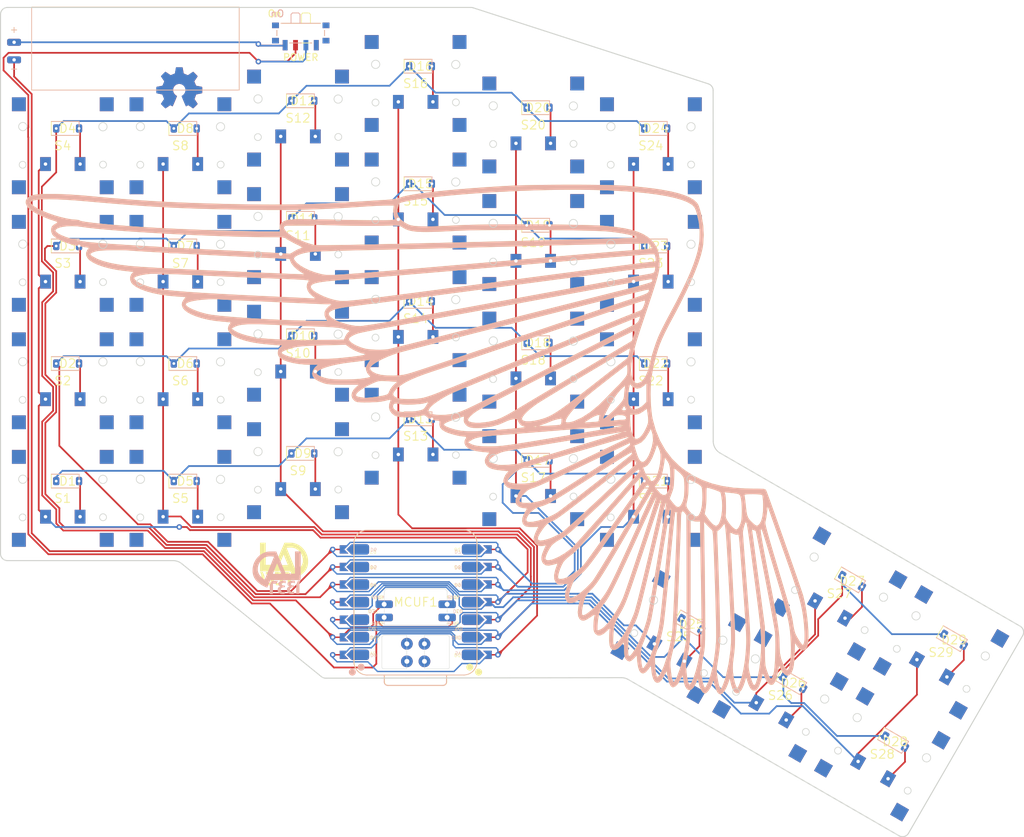
<source format=kicad_pcb>
(kicad_pcb (version 20240108) (generator "pcbnew") (generator_version "8.0")
  (title_block (title "wings") (date "2024-11-09") (rev "0.1") (company "lad1337"))
  (layers (0 "F.Cu" signal) (31 "B.Cu" signal) (34 "B.Paste" user) (35 "F.Paste" user) (36 "B.SilkS" user "B.Silkscreen") (37 "F.SilkS" user "F.Silkscreen") (38 "B.Mask" user) (39 "F.Mask" user) (44 "Edge.Cuts" user))
  (net 0 "")
  (net 1 "P3")
  (net 2 "outer_bottom")
  (net 3 "outer_home")
  (net 4 "outer_top")
  (net 5 "outer_numbers")
  (net 6 "P2")
  (net 7 "pinky_bottom")
  (net 8 "pinky_home")
  (net 9 "pinky_top")
  (net 10 "pinky_numbers")
  (net 11 "P1")
  (net 12 "ring_bottom")
  (net 13 "ring_home")
  (net 14 "ring_top")
  (net 15 "ring_numbers")
  (net 16 "P0")
  (net 17 "middle_bottom")
  (net 18 "middle_home")
  (net 19 "middle_top")
  (net 20 "middle_numbers")
  (net 21 "P5")
  (net 22 "index_bottom")
  (net 23 "index_home")
  (net 24 "index_top")
  (net 25 "index_numbers")
  (net 26 "P4")
  (net 27 "inner_bottom")
  (net 28 "inner_home")
  (net 29 "inner_top")
  (net 30 "inner_numbers")
  (net 31 "near_bottom")
  (net 32 "home_bottom")
  (net 33 "home_top")
  (net 34 "far_bottom")
  (net 35 "far_top")
  (net 36 "P6")
  (net 37 "P7")
  (net 38 "P8")
  (net 39 "P9")
  (net 40 "P10")
  (net 41 "3V3")
  (net 42 "GND")
  (net 43 "5V")
  (net 44 "VIN")
  (net 45 "SWCLK")
  (net 46 "SWDIO")
  (net 47 "RST")
  (net 48 "BAT+")
  (footprint "lad1337:CPG1316S01D02_reversible" (layer "F.Cu") (at 226.944864 122.277568 -30)
    (property "Reference" "S29")
    (property "Value" "" (hide yes))
    (fp_circle (center -5.8 2.75) (end -5.3 2.75) (stroke (width 0.1)) (fill none) (layer "Edge.Cuts"))
    (fp_circle (center -5.781 -2.773) (end -6.381 -2.773) (stroke (width 0.1)) (fill none) (layer "Edge.Cuts"))
    (fp_circle (center 5.819 2.727) (end 5.319 2.727) (stroke (width 0.1)) (fill none) (layer "Edge.Cuts"))
    (fp_circle (center 5.8 -2.75) (end 6.4 -2.75) (stroke (width 0.1)) (fill none) (layer "Edge.Cuts"))
  )
  (footprint "lad1337:CPG1316S01D02_reversible" (layer "F.Cu") (at 134 62)
    (property "Reference" "S11")
    (property "Value" "" (hide yes))
    (fp_circle (center -5.8 2.75) (end -5.3 2.75) (stroke (width 0.1)) (fill none) (layer "Edge.Cuts"))
    (fp_circle (center -5.781 -2.773) (end -6.381 -2.773) (stroke (width 0.1)) (fill none) (layer "Edge.Cuts"))
    (fp_circle (center 5.8 -2.75) (end 6.4 -2.75) (stroke (width 0.1)) (fill none) (layer "Edge.Cuts"))
    (fp_circle (center 5.819 2.727) (end 5.319 2.727) (stroke (width 0.1)) (fill none) (layer "Edge.Cuts"))
  )
  (footprint "lad1337:D_SOD-123-reversible" (layer "F.Cu") (at 214.07865 111.962505 -30)
    (property "Reference" "D27")
    (property "Value" "" (hide yes))
  )
  (footprint "lad1337:D_SOD-123-reversible" (layer "F.Cu") (at 134.7 76.5)
    (property "Reference" "D10")
    (property "Value" "" (hide yes))
  )
  (footprint "lad1337:D_SOD-123-reversible" (layer "F.Cu") (at 190.856218 118.184937 -30)
    (property "Reference" "D25")
    (property "Value" "" (hide yes))
  )
  (footprint "lad1337:D_SOD-123-reversible" (layer "F.Cu") (at 220.301081 135.184937 -30)
    (property "Reference" "D28")
    (property "Value" "" (hide yes))
  )
  (footprint "lad1337:D_SOD-123-reversible" (layer "F.Cu") (at 185.7 97.5)
    (property "Reference" "D21")
    (property "Value" "" (hide yes))
  )
  (footprint "lad1337:CPG1316S01D02_reversible" (layer "F.Cu") (at 185 100)
    (property "Reference" "S21")
    (property "Value" "" (hide yes))
    (fp_circle (center -5.8 2.75) (end -5.3 2.75) (stroke (width 0.1)) (fill none) (layer "Edge.Cuts"))
    (fp_circle (center -5.781 -2.773) (end -6.381 -2.773) (stroke (width 0.1)) (fill none) (layer "Edge.Cuts"))
    (fp_circle (center 5.8 -2.75) (end 6.4 -2.75) (stroke (width 0.1)) (fill none) (layer "Edge.Cuts"))
    (fp_circle (center 5.819 2.727) (end 5.319 2.727) (stroke (width 0.1)) (fill none) (layer "Edge.Cuts"))
  )
  (footprint "lad1337:D_SOD-123-reversible" (layer "F.Cu") (at 100.7 80.5)
    (property "Reference" "D2")
    (property "Value" "" (hide yes))
  )
  (footprint "lad1337:CPG1316S01D02_reversible" (layer "F.Cu") (at 100 66)
    (property "Reference" "S3")
    (property "Value" "" (hide yes))
    (fp_circle (center -5.8 2.75) (end -5.3 2.75) (stroke (width 0.1)) (fill none) (layer "Edge.Cuts"))
    (fp_circle (center -5.781 -2.773) (end -6.381 -2.773) (stroke (width 0.1)) (fill none) (layer "Edge.Cuts"))
    (fp_circle (center 5.8 -2.75) (end 6.4 -2.75) (stroke (width 0.1)) (fill none) (layer "Edge.Cuts"))
    (fp_circle (center 5.819 2.727) (end 5.319 2.727) (stroke (width 0.1)) (fill none) (layer "Edge.Cuts"))
  )
  (footprint "lad1337:D_SOD-123-reversible" (layer "F.Cu") (at 134.7 42.5)
    (property "Reference" "D12")
    (property "Value" "" (hide yes))
  )
  (footprint "lad1337:CPG1316S01D02_reversible" (layer "F.Cu") (at 117 83)
    (property "Reference" "S6")
    (property "Value" "" (hide yes))
    (fp_circle (center -5.8 2.75) (end -5.3 2.75) (stroke (width 0.1)) (fill none) (layer "Edge.Cuts"))
    (fp_circle (center -5.781 -2.773) (end -6.381 -2.773) (stroke (width 0.1)) (fill none) (layer "Edge.Cuts"))
    (fp_circle (center 5.8 -2.75) (end 6.4 -2.75) (stroke (width 0.1)) (fill none) (layer "Edge.Cuts"))
    (fp_circle (center 5.819 2.727) (end 5.319 2.727) (stroke (width 0.1)) (fill none) (layer "Edge.Cuts"))
  )
  (footprint "lad1337:D_SOD-123-reversible" (layer "F.Cu") (at 185.7 80.5)
    (property "Reference" "D22")
    (property "Value" "" (hide yes))
  )
  (footprint "lad1337:lipo-reversible" (layer "F.Cu") (at 95.504 39.116)
    (property "Reference" "battery1" (hide yes))
    (property "Value" "" (hide yes))
  )
  (footprint "lad1337:D_SOD-123-reversible" (layer "F.Cu") (at 168.7 77.5)
    (property "Reference" "D18")
    (property "Value" "" (hide yes))
  )
  (footprint "lad1337:D_SOD-123-reversible" (layer "F.Cu") (at 117.7 97.5)
    (property "Reference" "D5")
    (property "Value" "" (hide yes))
  )
  (footprint "lad1337:D_SOD-123-reversible" (layer "F.Cu") (at 168.7 94.5)
    (property "Reference" "D17")
    (property "Value" "" (hide yes))
  )
  (footprint "lad1337:CPG1316S01D02_reversible" (layer "F.Cu") (at 151 40)
    (property "Reference" "S16")
    (property "Value" "" (hide yes))
    (fp_circle (center -5.8 2.75) (end -5.3 2.75) (stroke (width 0.1)) (fill none) (layer "Edge.Cuts"))
    (fp_circle (center -5.781 -2.773) (end -6.381 -2.773) (stroke (width 0.1)) (fill none) (layer "Edge.Cuts"))
    (fp_circle (center 5.8 -2.75) (end 6.4 -2.75) (stroke (width 0.1)) (fill none) (layer "Edge.Cuts"))
    (fp_circle (center 5.819 2.727) (end 5.319 2.727) (stroke (width 0.1)) (fill none) (layer "Edge.Cuts"))
  )
  (footprint "lad1337:D_SOD-123-reversible" (layer "F.Cu") (at 134.7 93.5)
    (property "Reference" "D9")
    (property "Value" "" (hide yes))
  )
  (footprint "lad1337:CPG1316S01D02_reversible" (layer "F.Cu") (at 185 49)
    (property "Reference" "S24")
    (property "Value" "" (hide yes))
    (fp_circle (center -5.8 2.75) (end -5.3 2.75) (stroke (width 0.1)) (fill none) (layer "Edge.Cuts"))
    (fp_circle (center -5.781 -2.773) (end -6.381 -2.773) (stroke (width 0.1)) (fill none) (layer "Edge.Cuts"))
    (fp_circle (center 5.8 -2.75) (end 6.4 -2.75) (stroke (width 0.1)) (fill none) (layer "Edge.Cuts"))
    (fp_circle (center 5.819 2.727) (end 5.319 2.727) (stroke (width 0.1)) (fill none) (layer "Edge.Cuts"))
  )
  (footprint "lad1337:lad1337logo" (layer "F.Cu") (at 132.08 109.22)
    (property "Reference" "G***" (hide yes))
    (property "Value" "LOGO" (hide yes))
  )
  (footprint "lad1337:CPG1316S01D02_reversible" (layer "F.Cu") (at 212.222432 113.777568 -30)
    (property "Reference" "S27")
    (property "Value" "" (hide yes))
    (fp_circle (center -5.8 2.75) (end -5.3 2.75) (stroke (width 0.1)) (fill none) (layer "Edge.Cuts"))
    (fp_circle (center -5.781 -2.773) (end -6.381 -2.773) (stroke (width 0.1)) (fill none) (layer "Edge.Cuts"))
    (fp_circle (center 5.819 2.727) (end 5.319 2.727) (stroke (width 0.1)) (fill none) (layer "Edge.Cuts"))
    (fp_circle (center 5.8 -2.75) (end 6.4 -2.75) (stroke (width 0.1)) (fill none) (layer "Edge.Cuts"))
  )
  (footprint "lad1337:CPG1316S01D02_reversible" (layer "F.Cu") (at 151 91)
    (property "Reference" "S13")
    (property "Value" "" (hide yes))
    (fp_circle (center -5.8 2.75) (end -5.3 2.75) (stroke (width 0.1)) (fill none) (layer "Edge.Cuts"))
    (fp_circle (center -5.781 -2.773) (end -6.381 -2.773) (stroke (width 0.1)) (fill none) (layer "Edge.Cuts"))
    (fp_circle (center 5.8 -2.75) (end 6.4 -2.75) (stroke (width 0.1)) (fill none) (layer "Edge.Cuts"))
    (fp_circle (center 5.819 2.727) (end 5.319 2.727) (stroke (width 0.1)) (fill none) (layer "Edge.Cuts"))
  )
  (footprint "lad1337:D_SOD-123-reversible" (layer "F.Cu") (at 117.7 63.5)
    (property "Reference" "D7")
    (property "Value" "" (hide yes))
  )
  (footprint "lad1337:CPG1316S01D02_reversible" (layer "F.Cu") (at 117 100)
    (property "Reference" "S5")
    (property "Value" "" (hide yes))
    (fp_circle (center -5.8 2.75) (end -5.3 2.75) (stroke (width 0.1)) (fill none) (layer "Edge.Cuts"))
    (fp_circle (center -5.781 -2.773) (end -6.381 -2.773) (stroke (width 0.1)) (fill none) (layer "Edge.Cuts"))
    (fp_circle (center 5.8 -2.75) (end 6.4 -2.75) (stroke (width 0.1)) (fill none) (layer "Edge.Cuts"))
    (fp_circle (center 5.819 2.727) (end 5.319 2.727) (stroke (width 0.1)) (fill none) (layer "Edge.Cuts"))
  )
  (footprint "lad1337:CPG1316S01D02_reversible" (layer "F.Cu") (at 168 46)
    (property "Reference" "S20")
    (property "Value" "" (hide yes))
    (fp_circle (center -5.8 2.75) (end -5.3 2.75) (stroke (width 0.1)) (fill none) (layer "Edge.Cuts"))
    (fp_circle (center -5.781 -2.773) (end -6.381 -2.773) (stroke (width 0.1)) (fill none) (layer "Edge.Cuts"))
    (fp_circle (center 5.8 -2.75) (end 6.4 -2.75) (stroke (width 0.1)) (fill none) (layer "Edge.Cuts"))
    (fp_circle (center 5.819 2.727) (end 5.319 2.727) (stroke (width 0.1)) (fill none) (layer "Edge.Cuts"))
  )
  (footprint "lad1337:D_SOD-123-reversible" (layer "F.Cu") (at 151.7 37.5)
    (property "Reference" "D16")
    (property "Value" "" (hide yes))
  )
  (footprint "lad1337:D_SOD-123-reversible" (layer "F.Cu") (at 228.801081 120.462505 -30)
    (property "Reference" "D29")
    (property "Value" "" (hide yes))
  )
  (footprint "lad1337:CPG1316S01D02_reversible" (layer "F.Cu") (at 117 66)
    (property "Reference" "S7")
    (property "Value" "" (hide yes))
    (fp_circle (center -5.8 2.75) (end -5.3 2.75) (stroke (width 0.1)) (fill none) (layer "Edge.Cuts"))
    (fp_circle (center -5.781 -2.773) (end -6.381 -2.773) (stroke (width 0.1)) (fill none) (layer "Edge.Cuts"))
    (fp_circle (center 5.8 -2.75) (end 6.4 -2.75) (stroke (width 0.1)) (fill none) (layer "Edge.Cuts"))
    (fp_circle (center 5.819 2.727) (end 5.319 2.727) (stroke (width 0.1)) (fill none) (layer "Edge.Cuts"))
  )
  (footprint "lad1337:CPG1316S01D02_reversible" (layer "F.Cu") (at 134 79)
    (property "Reference" "S10")
    (property "Value" "" (hide yes))
    (fp_circle (center -5.8 2.75) (end -5.3 2.75) (stroke (width 0.1)) (fill none) (layer "Edge.Cuts"))
    (fp_circle (center -5.781 -2.773) (end -6.381 -2.773) (stroke (width 0.1)) (fill none) (layer "Edge.Cuts"))
    (fp_circle (center 5.8 -2.75) (end 6.4 -2.75) (stroke (width 0.1)) (fill none) (layer "Edge.Cuts"))
    (fp_circle (center 5.819 2.727) (end 5.319 2.727) (stroke (width 0.1)) (fill none) (layer "Edge.Cuts"))
  )
  (footprint "lad1337:CPG1316S01D02_reversible" (layer "F.Cu") (at 151 74)
    (property "Reference" "S14")
    (property "Value" "" (hide yes))
    (fp_circle (center -5.8 2.75) (end -5.3 2.75) (stroke (width 0.1)) (fill none) (layer "Edge.Cuts"))
    (fp_circle (center -5.781 -2.773) (end -6.381 -2.773) (stroke (width 0.1)) (fill none) (layer "Edge.Cuts"))
    (fp_circle (center 5.8 -2.75) (end 6.4 -2.75) (stroke (width 0.1)) (fill none) (layer "Edge.Cuts"))
    (fp_circle (center 5.819 2.727) (end 5.319 2.727) (stroke (width 0.1)) (fill none) (layer "Edge.Cuts"))
  )
  (footprint "lad1337:D_SOD-123-reversible" (layer "F.Cu") (at 168.7 43.5)
    (property "Reference" "D20")
    (property "Value" "" (hide yes))
  )
  (footprint "lad1337:D_SOD-123-reversible" (layer "F.Cu") (at 151.7 71.5)
    (property "Reference" "D14")
    (property "Value" "" (hide yes))
  )
  (footprint "lad1337:D_SOD-123-reversible" (layer "F.Cu") (at 100.7 46.5)
    (property "Reference" "D4")
    (property "Value" "" (hide yes))
  )
  (footprint "lad1337:D_SOD-123-reversible" (layer "F.Cu") (at 151.7 54.5)
    (property "Reference" "D15")
    (property "Value" "" (hide yes))
  )
  (footprint "lad1337:CPG1316S01D02_reversible" (layer "F.Cu") (at 168 63)
    (property "Reference" "S19")
    (property "Value" "" (hide yes))
    (fp_circle (center -5.8 2.75) (end -5.3 2.75) (stroke (width 0.1)) (fill none) (layer "Edge.Cuts"))
    (fp_circle (center -5.781 -2.773) (end -6.381 -2.773) (stroke (width 0.1)) (fill none) (layer "Edge.Cuts"))
    (fp_circle (center 5.8 -2.75) (end 6.4 -2.75) (stroke (width 0.1)) (fill none) (layer "Edge.Cuts"))
    (fp_circle (center 5.819 2.727) (end 5.319 2.727) (stroke (width 0.1)) (fill none) (layer "Edge.Cuts"))
  )
  (footprint "lad1337:CPG1316S01D02_reversible" (layer "F.Cu") (at 134 96)
    (property "Reference" "S9")
    (property "Value" "" (hide yes))
    (fp_circle (center -5.8 2.75) (end -5.3 2.75) (stroke (width 0.1)) (fill none) (layer "Edge.Cuts"))
    (fp_circle (center -5.781 -2.773) (end -6.381 -2.773) (stroke (width 0.1)) (fill none) (layer "Edge.Cuts"))
    (fp_circle (center 5.8 -2.75) (end 6.4 -2.75) (stroke (width 0.1)) (fill none) (layer "Edge.Cuts"))
    (fp_circle (center 5.819 2.727) (end 5.319 2.727) (stroke (width 0.1)) (fill none) (layer "Edge.Cuts"))
  )
  (footprint "lad1337:D_SOD-123-reversible" (layer "F.Cu") (at 185.7 63.5)
    (property "Reference" "D23")
    (property "Value" "" (hide yes))
  )
  (footprint "lad1337:CPG1316S01D02_reversible" (layer "F.Cu") (at 151 57)
    (property "Reference" "S15")
    (property "Value" "" (hide yes))
    (fp_circle (center -5.8 2.75) (end -5.3 2.75) (stroke (width 0.1)) (fill none) (layer "Edge.Cuts"))
    (fp_circle (center -5.781 -2.773) (end -6.381 -2.773) (stroke (width 0.1)) (fill none) (layer "Edge.Cuts"))
    (fp_circle (center 5.8 -2.75) (end 6.4 -2.75) (stroke (width 0.1)) (fill none) (layer "Edge.Cuts"))
    (fp_circle (center 5.819 2.727) (end 5.319 2.727) (stroke (width 0.1)) (fill none) (layer "Edge.Cuts"))
  )
  (footprint "lad1337:SW_SPDT_PCM12_reversible" (layer "F.Cu") (at 134.39 33.02 180)
    (property "Reference" "POWER")
    (property "Value" "SW_SPDT_PCM12_reversible")
  )
  (footprint "lad1337:D_SOD-123-reversible" (layer "F.Cu") (at 168.7 60.5)
    (property "Reference" "D19")
    (property "Value" "" (hide yes))
  )
  (footprint "lad1337:CPG1316S01D02_reversible" (layer "F.Cu") (at 134 45)
    (property "Reference" "S12")
    (property "Value" "" (hide yes))
    (fp_circle (center -5.8 2.75) (end -5.3 2.75) (stroke (width 0.1)) (fill none) (layer "Edge.Cuts"))
    (fp_circle (center -5.781 -2.773) (end -6.381 -2.773) (stroke (width 0.1)) (fill none) (layer "Edge.Cuts"))
    (fp_circle (center 5.8 -2.75) (end 6.4 -2.75) (stroke (width 0.1)) (fill none) (layer "Edge.Cuts"))
    (fp_circle (center 5.819 2.727) (end 5.319 2.727) (stroke (width 0.1)) (fill none) (layer "Edge.Cuts"))
  )
  (footprint "lad1337:CPG1316S01D02_reversible" (layer "F.Cu") (at 218.444864 137 -30)
    (property "Reference" "S28")
    (property "Value" "" (hide yes))
    (fp_circle (center -5.8 2.75) (end -5.3 2.75) (stroke (width 0.1)) (fill none) (layer "Edge.Cuts"))
    (fp_circle (center -5.781 -2.773) (end -6.381 -2.773) (stroke (width 0.1)) (fill none) (layer "Edge.Cuts"))
    (fp_circle (center 5.819 2.727) (end 5.319 2.727) (stroke (width 0.1)) (fill none) (layer "Edge.Cuts"))
    (fp_circle (center 5.8 -2.75) (end 6.4 -2.75) (stroke (width 0.1)) (fill none) (layer "Edge.Cuts"))
  )
  (footprint "lad1337:D_SOD-123-reversible" (layer "F.Cu") (at 134.7 59.5)
    (property "Reference" "D11")
    (property "Value" "" (hide yes))
  )
  (footprint "lad1337:CPG1316S01D02_reversible" (layer "F.Cu") (at 117 49)
    (property "Reference" "S8")
    (property "Value" "" (hide yes))
    (fp_circle (center -5.8 2.75) (end -5.3 2.75) (stroke (width 0.1)) (fill none) (layer "Edge.Cuts"))
    (fp_circle (center -5.781 -2.773) (end -6.381 -2.773) (stroke (width 0.1)) (fill none) (layer "Edge.Cuts"))
    (fp_circle (center 5.8 -2.75) (end 6.4 -2.75) (stroke (width 0.1)) (fill none) (layer "Edge.Cuts"))
    (fp_circle (center 5.819 2.727) (end 5.319 2.727) (stroke (width 0.1)) (fill none) (layer "Edge.Cuts"))
  )
  (footprint "lad1337:CPG1316S01D02_reversible" (layer "F.Cu") (at 185 83)
    (property "Reference" "S22")
    (property "Value" "" (hide yes))
    (fp_circle (center -5.8 2.75) (end -5.3 2.75) (stroke (width 0.1)) (fill none) (layer "Edge.Cuts"))
    (fp_circle (center -5.781 -2.773) (end -6.381 -2.773) (stroke (width 0.1)) (fill none) (layer "Edge.Cuts"))
    (fp_circle (center 5.8 -2.75) (end 6.4 -2.75) (stroke (width 0.1)) (fill none) (layer "Edge.Cuts"))
    (fp_circle (center 5.819 2.727) (end 5.319 2.727) (stroke (width 0.1)) (fill none) (layer "Edge.Cuts"))
  )
  (footprint "lad1337:CPG1316S01D02_reversible" (layer "F.Cu") (at 185 66)
    (property "Reference" "S23")
    (property "Value" "" (hide yes))
    (fp_circle (center -5.8 2.75) (end -5.3 2.75) (stroke (width 0.1)) (fill none) (layer "Edge.Cuts"))
    (fp_circle (center -5.781 -2.773) (end -6.381 -2.773) (stroke (width 0.1)) (fill none) (layer "Edge.Cuts"))
    (fp_circle (center 5.8 -2.75) (end 6.4 -2.75) (stroke (width 0.1)) (fill none) (layer "Edge.Cuts"))
    (fp_circle (center 5.819 2.727) (end 5.319 2.727) (stroke (width 0.1)) (fill none) (layer "Edge.Cuts"))
  )
  (footprint "lad1337:D_SOD-123-reversible" (layer "F.Cu") (at 117.7 80.5)
    (property "Reference" "D6")
    (property "Value" "" (hide yes))
  )
  (footprint "lad1337:CPG1316S01D02_reversible" (layer "F.Cu") (at 168 97)
    (property "Reference" "S17")
    (property "Value" "" (hide yes))
    (fp_circle (center -5.8 2.75) (end -5.3 2.75) (stroke (width 0.1)) (fill none) (layer "Edge.Cuts"))
    (fp_circle (center -5.781 -2.773) (end -6.381 -2.773) (stroke (width 0.1)) (fill none) (layer "Edge.Cuts"))
    (fp_circle (center 5.8 -2.75) (end 6.4 -2.75) (stroke (width 0.1)) (fill none) (layer "Edge.Cuts"))
    (fp_circle (center 5.819 2.727) (end 5.319 2.727) (stroke (width 0.1)) (fill none) (layer "Edge.Cuts"))
  )
  (footprint "lad1337:CPG1316S01D02_reversible" (layer "F.Cu") (at 189 120 -30)
    (property "Reference" "S25")
    (property "Value" "" (hide yes))
    (fp_circle (center -5.8 2.75) (end -5.3 2.75) (stroke (width 0.1)) (fill none) (layer "Edge.Cuts"))
    (fp_circle (center -5.781 -2.773) (end -6.381 -2.773) (stroke (width 0.1)) (fill none) (layer "Edge.Cuts"))
    (fp_circle (center 5.819 2.727) (end 5.319 2.727) (stroke (width 0.1)) (fill none) (layer "Edge.Cuts"))
    (fp_circle (center 5.8 -2.75) (end 6.4 -2.75) (stroke (width 0.1)) (fill none) (layer "Edge.Cuts"))
  )
  (footprint "lad1337:D_SOD-123-reversible" (layer "F.Cu") (at 100.7 63.5)
    (property "Reference" "D3")
    (property "Value" "" (hide yes))
  )
  (footprint "Symbol:OSHW-Symbol_6.7x6mm_Copper" (layer "F.Cu") (at 116.84 40.64)
    (property "Reference" "REF**" (hide yes))
    (property "Value" "OSHW-Symbol_6.7x6mm_Copper" (hide yes))
  )
  (footprint "lad1337:CPG1316S01D02_reversible" (layer "F.Cu") (at 100 100)
    (property "Reference" "S1")
    (property "Value" "" (hide yes))
    (fp_circle (center -5.8 2.75) (end -5.3 2.75) (stroke (width 0.1)) (fill none) (layer "Edge.Cuts"))
    (fp_circle (center -5.781 -2.773) (end -6.381 -2.773) (stroke (width 0.1)) (fill none) (layer "Edge.Cuts"))
    (fp_circle (center 5.8 -2.75) (end 6.4 -2.75) (stroke (width 0.1)) (fill none) (layer "Edge.Cuts"))
    (fp_circle (center 5.819 2.727) (end 5.319 2.727) (stroke (width 0.1)) (fill none) (layer "Edge.Cuts"))
  )
  (footprint "lad1337:XIAO-nRF52840-SMD-reversible" (layer "F.Cu") (at 151 115 180)
    (property "Reference" "MCUF1")
    (property "Value" "" (hide yes))
    (fp_line (start 4.876 -9.398) (end 4.876 -5.08) (stroke (width 0.05)) (layer "Edge.Cuts"))
    (fp_line (start 4.55 -3.302) (end 4.55 1.6) (stroke (width 0.05)) (layer "Edge.Cuts"))
    (fp_line (start 4.55 -3.302) (end -4.55 -3.302) (stroke (width 0.05)) (layer "Edge.Cuts"))
    (fp_line (start 4.241 1.905) (end 4.55 1.6) (stroke (width 0.05)) (layer "Edge.Cuts"))
    (fp_line (start 1.2692 -4.826) (end 4.622 -4.826) (stroke (width 0.05)) (layer "Edge.Cuts"))
    (fp_line (start 1.2692 -9.652) (end 4.622 -9.652) (stroke (width 0.05)) (layer "Edge.Cuts"))
    (fp_line (start 1.2692 -9.652) (end 1.2692 -4.826) (stroke (width 0.05)) (layer "Edge.Cuts"))
    (fp_line (start -1.2708 -4.826) (end -4.6236 -4.826) (stroke (width 0.05)) (layer "Edge.Cuts"))
    (fp_line (start -1.2708 -9.652) (end -1.2708 -4.826) (stroke (width 0.05)) (layer "Edge.Cuts"))
    (fp_line (start -1.2708 -9.652) (end -4.6236 -9.652) (stroke (width 0.05)) (layer "Edge.Cuts"))
    (fp_line (start -4.241 1.905) (end 4.241 1.905) (stroke (width 0.05)) (layer "Edge.Cuts"))
    (fp_line (start -4.241 1.905) (end -4.55 1.6) (stroke (width 0.05)) (layer "Edge.Cuts"))
    (fp_line (start -4.55 -3.302) (end -4.55 1.6) (stroke (width 0.05)) (layer "Edge.Cuts"))
    (fp_line (start -4.8776 -9.398) (end -4.8776 -5.08) (stroke (width 0.05)) (layer "Edge.Cuts"))
    (fp_arc (start 4.876 -5.08) (mid 4.801605 -4.900395) (end 4.622 -4.826) (stroke (width 0.05)) (layer "Edge.Cuts"))
    (fp_arc (start 4.622 -9.652) (mid 4.801605 -9.577605) (end 4.876 -9.398) (stroke (width 0.05)) (layer "Edge.Cuts"))
    (fp_arc (start -4.6236 -4.826) (mid -4.803205 -4.900395) (end -4.8776 -5.08) (stroke (width 0.05)) (layer "Edge.Cuts"))
    (fp_arc (start -4.8776 -9.398) (mid -4.803205 -9.577605) (end -4.6236 -9.652) (stroke (width 0.05)) (layer "Edge.Cuts"))
  )
  (footprint "lad1337:D_SOD-123-reversible" (layer "F.Cu") (at 117.7 46.5)
    (property "Reference" "D8")
    (property "Value" "" (hide yes))
  )
  (footprint "lad1337:wing-logo" (layer "F.Cu") (at 151.13 91.44)
    (property "Reference" "G***" (hide yes))
    (property "Value" "LOGO" (hide yes))
  )
  (footprint "lad1337:CPG1316S01D02_reversible" (layer "F.Cu") (at 100 49)
    (property "Reference" "S4")
    (property "Value" "" (hide yes))
    (fp_circle (center -5.8 2.75) (end -5.3 2.75) (stroke (width 0.1)) (fill none) (layer "Edge.Cuts"))
    (fp_circle (center -5.781 -2.773) (end -6.381 -2.773) (stroke (width 0.1)) (fill none) (layer "Edge.Cuts"))
    (fp_circle (center 5.8 -2.75) (end 6.4 -2.75) (stroke (width 0.1)) (fill none) (layer "Edge.Cuts"))
    (fp_circle (center 5.819 2.727) (end 5.319 2.727) (stroke (width 0.1)) (fill none) (layer "Edge.Cuts"))
  )
  (footprint "lad1337:D_SOD-123-reversible" (layer "F.Cu") (at 151.7 88.5)
    (property "Reference" "D13")
    (property "Value" "" (hide yes))
  )
  (footprint "lad1337:D_SOD-123-reversible" (layer "F.Cu") (at 100.7 97.5)
    (property "Reference" "D1")
    (property "Value" "" (hide yes))
  )
  (footprint "lad1337:CPG1316S01D02_reversible" (layer "F.Cu") (at 203.722432 128.5 -30)
    (property "Reference" "S26")
    (property "Value" "" (hide yes))
    (fp_circle (center -5.8 2.75) (end -5.3 2.75) (stroke (width 0.1)) (fill none) (layer "Edge.Cuts"))
    (fp_circle (center -5.781 -2.773) (end -6.381 -2.773) (stroke (width 0.1)) (fill none) (layer "Edge.Cuts"))
    (fp_circle (center 5.819 2.727) (end 5.319 2.727) (stroke (width 0.1)) (fill none) (layer "Edge.Cuts"))
    (fp_circle (center 5.8 -2.75) (end 6.4 -2.75) (stroke (width 0.1)) (fill none) (layer "Edge.Cuts"))
  )
  (footprint "lad1337:D_SOD-123-reversible" (layer "F.Cu") (at 205.57865 126.684937 -30)
    (property "Reference" "D26")
    (property "Value" "" (hide yes))
  )
  (footprint "lad1337:CPG1316S01D02_reversible" (layer "F.Cu") (at 100 83)
    (property "Reference" "S2")
    (property "Value" "" (hide yes))
    (fp_circle (center -5.8 2.75) (end -5.3 2.75) (stroke (width 0.1)) (fill none) (layer "Edge.Cuts"))
    (fp_circle (center -5.781 -2.773) (end -6.381 -2.773) (stroke (width 0.1)) (fill none) (layer "Edge.Cuts"))
    (fp_circle (center 5.8 -2.75) (end 6.4 -2.75) (stroke (width 0.1)) (fill none) (layer "Edge.Cuts"))
    (fp_circle (center 5.819 2.727) (end 5.319 2.727) (stroke (width 0.1)) (fill none) (layer "Edge.Cuts"))
  )
  (footprint "lad1337:D_SOD-123-reversible" (layer "F.Cu") (at 185.7 46.5)
    (property "Reference" "D24")
    (property "Value" "" (hide yes))
  )
  (footprint "lad1337:CPG1316S01D02_reversible" (layer "F.Cu") (at 168 80)
    (property "Reference" "S18")
    (property "Value" "" (hide yes))
    (fp_circle (center -5.8 2.75) (end -5.3 2.75) (stroke (width 0.1)) (fill none) (layer "Edge.Cuts"))
    (fp_circle (center -5.781 -2.773) (end -6.381 -2.773) (stroke (width 0.1)) (fill none) (layer "Edge.Cuts"))
    (fp_circle (center 5.8 -2.75) (end 6.4 -2.75) (stroke (width 0.1)) (fill none) (layer "Edge.Cuts"))
    (fp_circle (center 5.819 2.727) (end 5.319 2.727) (stroke (width 0.1)) (fill none) (layer "Edge.Cuts"))
  )
  (footprint "lad1337:lad1337logo" (layer "B.Cu") (at 130.81 110.49 180)
    (property "Reference" "G***" (hide yes))
    (property "Value" "LOGO" (hide yes))
  )
  (footprint "Symbol:OSHW-Symbol_6.7x6mm_Copper" (layer "B.Cu") (at 116.84 40.64 180)
    (property "Reference" "REF**" (hide yes))
    (property "Value" "OSHW-Symbol_6.7x6mm_Copper" (hide yes))
  )
  (gr_arc (start 115.93791 109) (mid 116.605374 109.114667) (end 117.196306 109.44551) (stroke (width 0.15)) (layer "Edge.Cuts"))
  (gr_line (start 180.731049 125.929532) (end 138.001649 125.999999) (stroke (width 0.15)) (layer "Edge.Cuts"))
  (gr_line (start 115.93791 109) (end 92 109) (stroke (width 0.15)) (layer "Edge.Cuts"))
  (gr_line (start 91 108) (end 91 30) (stroke (width 0.15)) (layer "Edge.Cuts"))
  (gr_arc (start 91 30) (mid 91.292893 29.292893) (end 92 29) (stroke (width 0.15)) (layer "Edge.Cuts"))
  (gr_line (start 220.873067 148.794229) (end 181.734347 126.197478) (stroke (width 0.15)) (layer "Edge.Cuts"))
  (gr_arc (start 238.373067 118.48334) (mid 238.839031 119.090549) (end 238.739092 119.849365) (stroke (width 0.15)) (layer "Edge.Cuts"))
  (gr_arc (start 138.001649 125.999999) (mid 137.667045 125.942943) (end 137.370802 125.777245) (stroke (width 0.15)) (layer "Edge.Cuts"))
  (gr_line (start 137.370802 125.777245) (end 117.196306 109.44551) (stroke (width 0.15)) (layer "Edge.Cuts"))
  (gr_arc (start 222.239092 148.428203) (mid 221.63189 148.894105) (end 220.873067 148.794229) (stroke (width 0.15)) (layer "Edge.Cuts"))
  (gr_line (start 159.30782 29.048556) (end 193.30782 40.048556) (stroke (width 0.15)) (layer "Edge.Cuts"))
  (gr_arc (start 195.012523 93.449118) (mid 194.2806 92.717281) (end 194.012523 91.717561) (stroke (width 0.15)) (layer "Edge.Cuts"))
  (gr_arc (start 193.30782 40.048556) (mid 193.808574 40.411606) (end 194 40.999753) (stroke (width 0.15)) (layer "Edge.Cuts"))
  (gr_arc (start 180.731049 125.929532) (mid 181.250387 125.997264) (end 181.734347 126.197478) (stroke (width 0.15)) (layer "Edge.Cuts"))
  (gr_line (start 195.012523 93.449118) (end 238.373067 118.48334) (stroke (width 0.15)) (layer "Edge.Cuts"))
  (gr_line (start 194 40.999753) (end 194.012523 91.717561) (stroke (width 0.15)) (layer "Edge.Cuts"))
  (gr_line (start 238.739092 119.849365) (end 222.239092 148.428203) (stroke (width 0.15)) (layer "Edge.Cuts"))
  (gr_line (start 92 29) (end 159 29) (stroke (width 0.15)) (layer "Edge.Cuts"))
  (gr_arc (start 159 29) (mid 159.155813 29.012213) (end 159.30782 29.048556) (stroke (width 0.15)) (layer "Edge.Cuts"))
  (gr_arc (start 92 109) (mid 91.292893 108.707107) (end 91 108) (stroke (width 0.15)) (layer "Edge.Cuts"))
  (gr_text "On" (at 132.08 30.48 0) (layer "B.SilkS") (effects (font (size 1 1)) (justify left bottom mirror)))
  (gr_text "On" (at 129.54 30.48 0) (layer "F.SilkS") (effects (font (size 1 1)) (justify left bottom)))
  (segment (start 96.52 52.63) (end 96.52 67.67) (width 0.25) (layer "F.Cu") (net 1))
  (segment (start 96.52 67.67) (end 97.5 68.65) (width 0.25) (layer "F.Cu") (net 1))
  (segment (start 136.167208 104.59) (end 137.252208 105.675) (width 0.25) (layer "F.Cu") (net 1))
  (segment (start 167.19 110.698) (end 162.888 115) (width 0.25) (layer "F.Cu") (net 1))
  (segment (start 96.52 86.63) (end 97.5 85.65) (width 0.25) (layer "F.Cu") (net 1))
  (segment (start 96.52 101.67) (end 96.52 86.63) (width 0.25) (layer "F.Cu") (net 1))
  (segment (start 96.52 69.63) (end 97.5 68.65) (width 0.25) (layer "F.Cu") (net 1))
  (segment (start 167.19 107.374396) (end 167.19 110.698) (width 0.25) (layer "F.Cu") (net 1))
  (segment (start 118.378604 104.59) (end 136.167208 104.59) (width 0.25) (layer "F.Cu") (net 1))
  (segment (start 137.252208 105.675) (end 165.490604 105.675) (width 0.25) (layer "F.Cu") (net 1))
  (segment (start 97.5 85.65) (end 96.52 84.67) (width 0.25) (layer "F.Cu") (net 1))
  (segment (start 96.52 84.67) (end 96.52 69.63) (width 0.25) (layer "F.Cu") (net 1))
  (segment (start 97.5 102.65) (end 96.52 101.67) (width 0.25) (layer "F.Cu") (net 1))
  (segment (start 117.928604 104.14) (end 118.378604 104.59) (width 0.25) (layer "F.Cu") (net 1))
  (segment (start 116.84 104.14) (end 117.928604 104.14) (width 0.25) (layer "F.Cu") (net 1))
  (segment (start 165.490604 105.675) (end 167.19 107.374396) (width 0.25) (layer "F.Cu") (net 1))
  (segment (start 97.5 51.65) (end 96.52 52.63) (width 0.25) (layer "F.Cu") (net 1))
  (segment (start 162.888 115) (end 165.1 112.788) (width 0.25) (layer "F.Cu") (net 1))
  (via (at 116.84 104.14) (size 0.8) (drill 0.4) (layers "F.Cu" "B.Cu") (net 1))
  (segment (start 164.096 113.792) (end 162.888 115) (width 0.25) (layer "B.Cu") (net 1))
  (segment (start 181.117526 118.364) (end 176.545526 113.792) (width 0.25) (layer "B.Cu") (net 1))
  (segment (start 182.828969 118.364) (end 181.117526 118.364) (width 0.25) (layer "B.Cu") (net 1))
  (segment (start 185.509936 121.044967) (end 182.828969 118.364) (width 0.25) (layer "B.Cu") (net 1))
  (segment (start 116.84 104.14) (end 98.99 104.14) (width 0.25) (layer "B.Cu") (net 1))
  (segment (start 176.545526 113.792) (end 164.096 113.792) (width 0.25) (layer "B.Cu") (net 1))
  (segment (start 98.99 104.14) (end 97.5 102.65) (width 0.25) (layer "B.Cu") (net 1))
  (segment (start 102.5 102.65) (end 102.5 97.65) (width 0.25) (layer "F.Cu") (net 2))
  (segment (start 102.5 97.65) (end 102.35 97.5) (width 0.25) (layer "F.Cu") (net 2))
  (segment (start 102.5 80.65) (end 102.35 80.5) (width 0.25) (layer "F.Cu") (net 3))
  (segment (start 102.5 85.65) (end 102.5 80.65) (width 0.25) (layer "F.Cu") (net 3))
  (segment (start 102.5 63.65) (end 102.35 63.5) (width 0.25) (layer "F.Cu") (net 4))
  (segment (start 102.5 68.65) (end 102.5 63.65) (width 0.25) (layer "F.Cu") (net 4))
  (segment (start 102.5 46.65) (end 102.35 46.5) (width 0.25) (layer "F.Cu") (net 5))
  (segment (start 102.5 51.65) (end 102.5 46.65) (width 0.25) (layer "F.Cu") (net 5))
  (segment (start 167.652 111.264) (end 167.652 112.776) (width 0.25) (layer "F.Cu") (net 6))
  (segment (start 114.5 85.65) (end 114.5 102.65) (width 0.25) (layer "F.Cu") (net 6))
  (segment (start 167.652 112.776) (end 162.888 117.54) (width 0.25) (layer "F.Cu") (net 6))
  (segment (start 114.5 51.65) (end 114.5 68.65) (width 0.25) (layer "F.Cu") (net 6))
  (segment (start 208.732368 119.66295) (end 208.732368 114.822535) (width 0.25) (layer "F.Cu") (net 6))
  (segment (start 118.565 104.14) (end 136.353604 104.14) (width 0.25) (layer "F.Cu") (net 6))
  (segment (start 200.232368 128.16295) (end 208.732368 119.66295) (width 0.25) (layer "F.Cu") (net 6))
  (segment (start 114.534 102.616) (end 117.041 102.616) (width 0.25) (layer "F.Cu") (net 6))
  (segment (start 167.64 111.252) (end 167.652 111.264) (width 0.25) (layer "F.Cu") (net 6))
  (segment (start 165.677 105.225) (end 167.64 107.188) (width 0.25) (layer "F.Cu") (net 6))
  (segment (start 117.041 102.616) (end 118.565 104.14) (width 0.25) (layer "F.Cu") (net 6))
  (segment (start 137.438604 105.225) (end 165.677 105.225) (width 0.25) (layer "F.Cu") (net 6))
  (segment (start 200.232368 129.544967) (end 200.232368 128.16295) (width 0.25) (layer "F.Cu") (net 6))
  (segment (start 114.5 68.65) (end 114.5 85.65) (width 0.25) (layer "F.Cu") (net 6))
  (segment (start 167.64 107.188) (end 167.64 111.252) (width 0.25) (layer "F.Cu") (net 6))
  (segment (start 114.5 102.65) (end 114.534 102.616) (width 0.25) (layer "F.Cu") (net 6))
  (segment (start 136.353604 104.14) (end 137.438604 105.225) (width 0.25) (layer "F.Cu") (net 6))
  (segment (start 193.572085 126.042) (end 187.522734 126.042) (width 0.25) (layer "B.Cu") (net 6))
  (segment (start 197.075052 129.544967) (end 193.572085 126.042) (width 0.25) (layer "B.Cu") (net 6))
  (segment (start 165.678 114.75) (end 162.888 117.54) (width 0.25) (layer "B.Cu") (net 6))
  (segment (start 200.232368 129.544967) (end 197.075052 129.544967) (width 0.25) (layer "B.Cu") (net 6))
  (segment (start 187.522734 126.042) (end 176.230734 114.75) (width 0.25) (layer "B.Cu") (net 6))
  (segment (start 176.230734 114.75) (end 165.678 114.75) (width 0.25) (layer "B.Cu") (net 6))
  (segment (start 119.5 102.65) (end 119.5 97.65) (width 0.25) (layer "F.Cu") (net 7))
  (segment (start 119.5 97.65) (end 119.35 97.5) (width 0.25) (layer "F.Cu") (net 7))
  (segment (start 119.5 85.65) (end 119.5 80.65) (width 0.25) (layer "F.Cu") (net 8))
  (segment (start 119.5 80.65) (end 119.35 80.5) (width 0.25) (layer "F.Cu") (net 8))
  (segment (start 119.5 63.65) (end 119.35 63.5) (width 0.25) (layer "F.Cu") (net 9))
  (segment (start 119.5 68.65) (end 119.5 63.65) (width 0.25) (layer "F.Cu") (net 9))
  (segment (start 119.5 46.65) (end 119.35 46.5) (width 0.25) (layer "F.Cu") (net 10))
  (segment (start 119.5 51.65) (end 119.5 46.65) (width 0.25) (layer "F.Cu") (net 10))
  (segment (start 131.5 64.65) (end 131.5 47.65) (width 0.25) (layer "F.Cu") (net 11))
  (segment (start 165.863396 104.775) (end 168.102 107.013604) (width 0.25) (layer "F.Cu") (net 11))
  (segment (start 214.9548 138.044967) (end 214.9548 136.890267) (width 0.25) (layer "F.Cu") (net 11))
  (segment (start 168.102 107.013604) (end 168.102 114.866) (width 0.25) (layer "F.Cu") (net 11))
  (segment (start 214.9548 136.890267) (end 223.4548 128.390267) (width 0.25) (layer "F.Cu") (net 11))
  (segment (start 131.5 81.65) (end 131.5 64.65) (width 0.25) (layer "F.Cu") (net 11))
  (segment (start 131.5 98.65) (end 131.5 81.65) (width 0.25) (layer "F.Cu") (net 11))
  (segment (start 223.4548 128.390267) (end 223.4548 123.322535) (width 0.25) (layer "F.Cu") (net 11))
  (segment (start 137.625 104.775) (end 165.863396 104.775) (width 0.25) (layer "F.Cu") (net 11))
  (segment (start 168.102 114.866) (end 162.888 120.08) (width 0.25) (layer "F.Cu") (net 11))
  (segment (start 131.5 98.65) (end 137.625 104.775) (width 0.25) (layer "F.Cu") (net 11))
  (segment (start 206.957833 130.048) (end 203.184412 130.048) (width 0.25) (layer "B.Cu") (net 11))
  (segment (start 193.385689 126.492) (end 187.336338 126.492) (width 0.25) (layer "B.Cu") (net 11))
  (segment (start 167.768 115.2) (end 162.888 120.08) (width 0.25) (layer "B.Cu") (net 11))
  (segment (start 203.184412 130.048) (end 202.10892 131.123492) (width 0.25) (layer "B.Cu") (net 11))
  (segment (start 176.044338 115.2) (end 167.768 115.2) (width 0.25) (layer "B.Cu") (net 11))
  (segment (start 187.336338 126.492) (end 176.044338 115.2) (width 0.25) (layer "B.Cu") (net 11))
  (segment (start 214.9548 138.044967) (end 206.957833 130.048) (width 0.25) (layer "B.Cu") (net 11))
  (segment (start 202.10892 131.123492) (end 198.017181 131.123492) (width 0.25) (layer "B.Cu") (net 11))
  (segment (start 198.017181 131.123492) (end 193.385689 126.492) (width 0.25) (layer "B.Cu") (net 11))
  (segment (start 136.5 93.65) (end 136.35 93.5) (width 0.25) (layer "F.Cu") (net 12))
  (segment (start 136.5 98.65) (end 136.5 93.65) (width 0.25) (layer "F.Cu") (net 12))
  (segment (start 136.5 76.65) (end 136.35 76.5) (width 0.25) (layer "F.Cu") (net 13))
  (segment (start 136.5 81.65) (end 136.5 76.65) (width 0.25) (layer "F.Cu") (net 13))
  (segment (start 136.5 64.65) (end 136.5 59.65) (width 0.25) (layer "F.Cu") (net 14))
  (segment (start 136.5 59.65) (end 136.35 59.5) (width 0.25) (layer "F.Cu") (net 14))
  (segment (start 136.5 47.65) (end 136.5 42.65) (width 0.25) (layer "F.Cu") (net 15))
  (segment (start 136.5 42.65) (end 136.35 42.5) (width 0.25) (layer "F.Cu") (net 15))
  (segment (start 168.552 116.956) (end 162.888 122.62) (width 0.25) (layer "F.Cu") (net 16))
  (segment (start 148.5 102.33) (end 150.495 104.325) (width 0.25) (layer "F.Cu") (net 16))
  (segment (start 148.5 93.65) (end 148.5 76.65) (width 0.25) (layer "F.Cu") (net 16))
  (segment (start 148.5 93.65) (end 148.5 102.33) (width 0.25) (layer "F.Cu") (net 16))
  (segment (start 150.495 104.325) (end 166.049792 104.325) (width 0.25) (layer "F.Cu") (net 16))
  (segment (start 166.049792 104.325) (end 168.552 106.827208) (width 0.25) (layer "F.Cu") (net 16))
  (segment (start 148.5 76.65) (end 148.5 59.65) (width 0.25) (layer "F.Cu") (net 16))
  (segment (start 148.5 59.65) (end 148.5 42.65) (width 0.25) (layer "F.Cu") (net 16))
  (segment (start 168.552 106.827208) (end 168.552 116.956) (width 0.25) (layer "F.Cu") (net 16))
  (segment (start 153.5 88.65) (end 153.35 88.5) (width 0.25) (layer "F.Cu") (net 17))
  (segment (start 153.5 93.65) (end 153.5 88.65) (width 0.25) (layer "F.Cu") (net 17))
  (segment (start 153.5 71.65) (end 153.35 71.5) (width 0.25) (layer "F.Cu") (net 18))
  (segment (start 153.5 76.65) (end 153.5 71.65) (width 0.25) (layer "F.Cu") (net 18))
  (segment (start 153.5 59.65) (end 153.5 54.65) (width 0.25) (layer "F.Cu") (net 19))
  (segment (start 153.5 54.65) (end 153.35 54.5) (width 0.25) (layer "F.Cu") (net 19))
  (segment (start 153.5 42.65) (end 153.5 37.65) (width 0.25) (layer "F.Cu") (net 20))
  (segment (start 153.5 37.65) (end 153.35 37.5) (width 0.25) (layer "F.Cu") (net 20))
  (segment (start 165.5 82.65) (end 165.5 65.65) (width 0.25) (layer "F.Cu") (net 21))
  (segment (start 165.5 99.65) (end 165.5 82.65) (width 0.25) (layer "F.Cu") (net 21))
  (segment (start 165.5 65.65) (end 165.5 48.65) (width 0.25) (layer "F.Cu") (net 21))
  (segment (start 172.340396 112.776) (end 165.744 112.776) (width 0.25) (layer "B.Cu") (net 21))
  (segment (start 165.5 99.65) (end 166.96 99.65) (width 0.25) (layer "B.Cu") (net 21))
  (segment (start 174.44 107.13) (end 174.44 110.676396) (width 0.25) (layer "B.Cu") (net 21))
  (segment (start 165.5 99.65) (end 166.198 99.65) (width 0.25) (layer "B.Cu") (net 21))
  (segment (start 166.96 99.65) (end 174.44 107.13) (width 0.25) (layer "B.Cu") (net 21))
  (segment (start 165.744 112.776) (end 162.888 109.92) (width 0.25) (layer "B.Cu") (net 21))
  (segment (start 174.44 110.676396) (end 172.340396 112.776) (width 0.25) (layer "B.Cu") (net 21))
  (segment (start 170.5 94.65) (end 170.35 94.5) (width 0.25) (layer "F.Cu") (net 22))
  (segment (start 170.5 99.65) (end 170.5 94.65) (width 0.25) (layer "F.Cu") (net 22))
  (segment (start 170.5 77.65) (end 170.35 77.5) (width 0.25) (layer "F.Cu") (net 23))
  (segment (start 170.5 82.65) (end 170.5 77.65) (width 0.25) (layer "F.Cu") (net 23))
  (segment (start 170.5 60.65) (end 170.35 60.5) (width 0.25) (layer "F.Cu") (net 24))
  (segment (start 170.5 65.65) (end 170.5 60.65) (width 0.25) (layer "F.Cu") (net 24))
  (segment (start 170.5 43.65) (end 170.35 43.5) (width 0.25) (layer "F.Cu") (net 25))
  (segment (start 170.5 48.65) (end 170.5 43.65) (width 0.25) (layer "F.Cu") (net 25))
  (segment (start 182.5 85.65) (end 182.5 68.65) (width 0.25) (layer "F.Cu") (net 26))
  (segment (start 182.5 102.65) (end 182.5 85.65) (width 0.25) (layer "F.Cu") (net 26))
  (segment (start 182.5 68.65) (end 182.5 51.65) (width 0.25) (layer "F.Cu") (net 26))
  (segment (start 177.8 104.14) (end 174.89 107.05) (width 0.25) (layer "B.Cu") (net 26))
  (segment (start 181.01 104.14) (end 177.8 104.14) (width 0.25) (layer "B.Cu") (net 26))
  (segment (start 174.89 110.862792) (end 172.468792 113.284) (width 0.25) (layer "B.Cu") (net 26))
  (segment (start 174.89 107.05) (end 174.89 110.862792) (width 0.25) (layer "B.Cu") (net 26))
  (segment (start 182.5 102.65) (end 181.01 104.14) (width 0.25) (layer "B.Cu") (net 26))
  (segment (start 172.468792 113.284) (end 163.712 113.284) (width 0.25) (layer "B.Cu") (net 26))
  (segment (start 163.712 113.284) (end 162.888 112.46) (width 0.25) (layer "B.Cu") (net 26))
  (segment (start 187.5 97.65) (end 187.35 97.5) (width 0.25) (layer "F.Cu") (net 27))
  (segment (start 187.5 102.65) (end 187.5 97.65) (width 0.25) (layer "F.Cu") (net 27))
  (segment (start 187.5 85.65) (end 187.5 80.65) (width 0.25) (layer "F.Cu") (net 28))
  (segment (start 187.5 80.65) (end 187.35 80.5) (width 0.25) (layer "F.Cu") (net 28))
  (segment (start 187.5 63.65) (end 187.35 63.5) (width 0.25) (layer "F.Cu") (net 29))
  (segment (start 187.5 68.65) (end 187.5 63.65) (width 0.25) (layer "F.Cu") (net 29))
  (segment (start 187.5 51.65) (end 187.5 46.65) (width 0.25) (layer "F.Cu") (net 30))
  (segment (start 187.5 46.65) (end 187.35 46.5) (width 0.25) (layer "F.Cu") (net 30))
  (segment (start 189.840064 123.544967) (end 192.024 121.361031) (width 0.25) (layer "F.Cu") (net 31))
  (segment (start 192.024 119.271097) (end 192.28516 119.009937) (width 0.25) (layer "F.Cu") (net 31))
  (segment (start 192.024 121.361031) (end 192.024 119.271097) (width 0.25) (layer "F.Cu") (net 31))
  (segment (start 204.759033 132.044967) (end 206.756 130.048) (width 0.25) (layer "F.Cu") (net 32))
  (segment (start 206.756 130.048) (end 206.756 127.761529) (width 0.25) (layer "F.Cu") (net 32))
  (segment (start 204.562496 132.044967) (end 204.759033 132.044967) (width 0.25) (layer "F.Cu") (net 32))
  (segment (start 206.756 127.761529) (end 207.007592 127.509937) (width 0.25) (layer "F.Cu") (net 32))
  (segment (start 215.507592 115.708408) (end 215.507592 112.787505) (width 0.25) (layer "F.Cu") (net 33))
  (segment (start 213.893465 117.322535) (end 215.507592 115.708408) (width 0.25) (layer "F.Cu") (net 33))
  (segment (start 213.062496 117.322535) (end 213.893465 117.322535) (width 0.25) (layer "F.Cu") (net 33))
  (segment (start 221.730023 138.099872) (end 221.730023 136.009937) (width 0.25) (layer "F.Cu") (net 34))
  (segment (start 219.284928 140.544967) (end 221.730023 138.099872) (width 0.25) (layer "F.Cu") (net 34))
  (segment (start 227.784928 125.822535) (end 230.230023 123.37744) (width 0.25) (layer "F.Cu") (net 35))
  (segment (start 230.230023 123.37744) (end 230.230023 121.287505) (width 0.25) (layer "F.Cu") (net 35))
  (segment (start 155.108 92.964) (end 165.514 92.964) (width 0.25) (layer "B.Cu") (net 36))
  (segment (start 116.05 97.5) (end 118.225 95.325) (width 0.25) (layer "B.Cu") (net 36))
  (segment (start 182.974567 96.424567) (end 184.05 97.5) (width 0.25) (layer "B.Cu") (net 36))
  (segment (start 167.05 94.5) (end 168.974567 96.424567) (width 0.25) (layer "B.Cu") (net 36))
  (segment (start 147.225 91.325) (end 150.05 88.5) (width 0.25) (layer "B.Cu") (net 36))
  (segment (start 167.834 112.326) (end 162.888 107.38) (width 0.25) (layer "B.Cu") (net 36))
  (segment (start 163.576 97.974) (end 163.576 100.6215) (width 0.25) (layer "B.Cu") (net 36))
  (segment (start 99.05 97.5) (end 99.05 96.9) (width 0.25) (layer "B.Cu") (net 36))
  (segment (start 150.644 88.5) (end 155.108 92.964) (width 0.25) (layer "B.Cu") (net 36))
  (segment (start 118.225 95.325) (end 131.225 95.325) (width 0.25) (layer "B.Cu") (net 36))
  (segment (start 173.99 107.316396) (end 173.99 110.49) (width 0.25) (layer "B.Cu") (net 36))
  (segment (start 165.514 92.964) (end 167.05 94.5) (width 0.25) (layer "B.Cu") (net 36))
  (segment (start 167.05 94.5) (end 163.576 97.974) (width 0.25) (layer "B.Cu") (net 36))
  (segment (start 150.05 88.5) (end 150.644 88.5) (width 0.25) (layer "B.Cu") (net 36))
  (segment (start 99.938 96.012) (end 114.562 96.012) (width 0.25) (layer "B.Cu") (net 36))
  (segment (start 172.154 112.326) (end 167.834 112.326) (width 0.25) (layer "B.Cu") (net 36))
  (segment (start 135.225 91.325) (end 147.225 91.325) (width 0.25) (layer "B.Cu") (net 36))
  (segment (start 168.974567 96.424567) (end 182.974567 96.424567) (width 0.25) (layer "B.Cu") (net 36))
  (segment (start 131.225 95.325) (end 133.05 93.5) (width 0.25) (layer "B.Cu") (net 36))
  (segment (start 163.576 100.6215) (end 165.0625 102.108) (width 0.25) (layer "B.Cu") (net 36))
  (segment (start 168.781604 102.108) (end 173.99 107.316396) (width 0.25) (layer "B.Cu") (net 36))
  (segment (start 114.562 96.012) (end 116.05 97.5) (width 0.25) (layer "B.Cu") (net 36))
  (segment (start 133.05 93.5) (end 135.225 91.325) (width 0.25) (layer "B.Cu") (net 36))
  (segment (start 173.99 110.49) (end 172.154 112.326) (width 0.25) (layer "B.Cu") (net 36))
  (segment (start 165.0625 102.108) (end 168.781604 102.108) (width 0.25) (layer "B.Cu") (net 36))
  (segment (start 99.05 96.9) (end 99.938 96.012) (width 0.25) (layer "B.Cu") (net 36))
  (segment (start 99.5 92.388) (end 110.86 103.748) (width 0.25) (layer "F.Cu") (net 37))
  (segment (start 132.992 113.4) (end 139.012 107.38) (width 0.25) (layer "F.Cu") (net 37))
  (segment (start 99.5 80.95) (end 99.5 92.388) (width 0.25) (layer "F.Cu") (net 37))
  (segment (start 128.132 113.4) (end 132.992 113.4) (width 0.25) (layer "F.Cu") (net 37))
  (segment (start 99.05 80.5) (end 99.5 80.95) (width 0.25) (layer "F.Cu") (net 37))
  (segment (start 115.174594 106.281802) (end 121.013802 106.281802) (width 0.25) (layer "F.Cu") (net 37))
  (segment (start 112.640792 103.748) (end 115.174594 106.281802) (width 0.25) (layer "F.Cu") (net 37))
  (segment (start 110.86 103.748) (end 112.640792 103.748) (width 0.25) (layer "F.Cu") (net 37))
  (segment (start 121.013802 106.281802) (end 128.132 113.4) (width 0.25) (layer "F.Cu") (net 37))
  (segment (start 100.125433 79.424567) (end 114.974567 79.424567) (width 0.25) (layer "B.Cu") (net 37))
  (segment (start 147.225 74.325) (end 150.05 71.5) (width 0.25) (layer "B.Cu") (net 37))
  (segment (start 153.875 75.325) (end 164.875 75.325) (width 0.25) (layer "B.Cu") (net 37))
  (segment (start 131.225 78.325) (end 133.05 76.5) (width 0.25) (layer "B.Cu") (net 37))
  (segment (start 167.05 77.5) (end 168.974567 79.424567) (width 0.25) (layer "B.Cu") (net 37))
  (segment (start 133.05 76.5) (end 135.225 74.325) (width 0.25) (layer "B.Cu") (net 37))
  (segment (start 182.974567 79.424567) (end 184.05 80.5) (width 0.25) (layer "B.Cu") (net 37))
  (segment (start 164.875 75.325) (end 167.05 77.5) (width 0.25) (layer "B.Cu") (net 37))
  (segment (start 114.974567 79.424567) (end 116.05 80.5) (width 0.25) (layer "B.Cu") (net 37))
  (segment (start 168.974567 79.424567) (end 182.974567 79.424567) (width 0.25) (layer "B.Cu") (net 37))
  (segment (start 135.225 74.325) (end 147.225 74.325) (width 0.25) (layer "B.Cu") (net 37))
  (segment (start 99.05 80.5) (end 100.125433 79.424567) (width 0.25) (layer "B.Cu") (net 37))
  (segment (start 116.05 80.5) (end 118.225 78.325) (width 0.25) (layer "B.Cu") (net 37))
  (segment (start 150.05 71.5) (end 153.875 75.325) (width 0.25) (layer "B.Cu") (net 37))
  (segment (start 118.225 78.325) (end 131.225 78.325) (width 0.25) (layer "B.Cu") (net 37))
  (segment (start 114.988198 106.731802) (end 120.768792 106.731802) (width 0.25) (layer "F.Cu") (net 38))
  (segment (start 99.51 103.445604) (end 100.262396 104.198) (width 0.25) (layer "F.Cu") (net 38))
  (segment (start 97.478 71.814396) (end 97.478 82.109604) (width 0.25) (layer "F.Cu") (net 38))
  (segment (start 112.454396 104.198) (end 114.988198 106.731802) (width 0.25) (layer "F.Cu") (net 38))
  (segment (start 100.262396 104.198) (end 112.454396 104.198) (width 0.25) (layer "F.Cu") (net 38))
  (segment (start 99.05 63.5) (end 97.785 63.5) (width 0.25) (layer "F.Cu") (net 38))
  (segment (start 99.05 87.514396) (end 97.478 89.086396) (width 0.25) (layer "F.Cu") (net 38))
  (segment (start 97.785 63.5) (end 97.42 63.865) (width 0.25) (layer "F.Cu") (net 38))
  (segment (start 120.768792 106.731802) (end 127.88699 113.85) (width 0.25) (layer "F.Cu") (net 38))
  (segment (start 97.42 65.508604) (end 99.05 67.138604) (width 0.25) (layer "F.Cu") (net 38))
  (segment (start 97.478 89.086396) (end 97.478 99.381604) (width 0.25) (layer "F.Cu") (net 38))
  (segment (start 97.42 63.865) (end 97.42 65.508604) (width 0.25) (layer "F.Cu") (net 38))
  (segment (start 99.51 101.413604) (end 99.51 103.445604) (width 0.25) (layer "F.Cu") (net 38))
  (segment (start 99.05 67.138604) (end 99.05 70.242396) (width 0.25) (layer "F.Cu") (net 38))
  (segment (start 97.478 82.109604) (end 99.05 83.681604) (width 0.25) (layer "F.Cu") (net 38))
  (segment (start 127.88699 113.85) (end 135.082 113.85) (width 0.25) (layer "F.Cu") (net 38))
  (segment (start 99.05 70.242396) (end 97.478 71.814396) (width 0.25) (layer "F.Cu") (net 38))
  (segment (start 99.05 83.681604) (end 99.05 87.514396) (width 0.25) (layer "F.Cu") (net 38))
  (segment (start 97.478 99.381604) (end 99.51 101.413604) (width 0.25) (layer "F.Cu") (net 38))
  (segment (start 135.082 113.85) (end 139.012 109.92) (width 0.25) (layer "F.Cu") (net 38))
  (segment (start 167.05 60.5) (end 168.974567 62.424567) (width 0.25) (layer "B.Cu") (net 38))
  (segment (start 116.05 63.5) (end 118.225 61.325) (width 0.25) (layer "B.Cu") (net 38))
  (segment (start 155.197321 59.017321) (end 165.567321 59.017321) (width 0.25) (layer "B.Cu") (net 38))
  (segment (start 168.974567 62.424567) (end 182.974567 62.424567) (width 0.25) (layer "B.Cu") (net 38))
  (segment (start 100.102433 62.447567) (end 111.027519 62.447567) (width 0.25) (layer "B.Cu") (net 38))
  (segment (start 165.567321 59.017321) (end 167.05 60.5) (width 0.25) (layer "B.Cu") (net 38))
  (segment (start 131.225 61.325) (end 133.05 59.5) (width 0.25) (layer "B.Cu") (net 38))
  (segment (start 99.05 63.5) (end 100.102433 62.447567) (width 0.25) (layer "B.Cu") (net 38))
  (segment (start 118.225 61.325) (end 131.225 61.325) (width 0.25) (layer "B.Cu") (net 38))
  (segment (start 182.974567 62.424567) (end 184.05 63.5) (width 0.25) (layer "B.Cu") (net 38))
  (segment (start 150.68 54.5) (end 155.197321 59.017321) (width 0.25) (layer "B.Cu") (net 38))
  (segment (start 114.974567 62.424567) (end 116.05 63.5) (width 0.25) (layer "B.Cu") (net 38))
  (segment (start 147.225 57.325) (end 150.05 54.5) (width 0.25) (layer "B.Cu") (net 38))
  (segment (start 111.027519 62.447567) (end 111.113356 62.424567) (width 0.25) (layer "B.Cu") (net 38))
  (segment (start 111.113356 62.424567) (end 114.974567 62.424567) (width 0.25) (layer "B.Cu") (net 38))
  (segment (start 150.05 54.5) (end 150.68 54.5) (width 0.25) (layer "B.Cu") (net 38))
  (segment (start 135.225 57.325) (end 147.225 57.325) (width 0.25) (layer "B.Cu") (net 38))
  (segment (start 133.05 59.5) (end 135.225 57.325) (width 0.25) (layer "B.Cu") (net 38))
  (segment (start 96.97 65.695) (end 98.6 67.325) (width 0.25) (layer "F.Cu") (net 39))
  (segment (start 97.028 71.628) (end 97.028 82.296) (width 0.25) (layer "F.Cu") (net 39))
  (segment (start 98.6 70.056) (end 97.028 71.628) (width 0.25) (layer "F.Cu") (net 39))
  (segment (start 112.268 104.648) (end 114.801802 107.181802) (width 0.25) (layer "F.Cu") (net 39))
  (segment (start 96.97 54.922) (end 96.97 65.695) (width 0.25) (layer "F.Cu") (net 39))
  (segment (start 137.172 114.3) (end 139.012 112.46) (width 0.25) (layer "F.Cu") (net 39))
  (segment (start 99.05 52.842) (end 96.97 54.922) (width 0.25) (layer "F.Cu") (net 39))
  (segment (start 97.028 82.296) (end 98.6 83.868) (width 0.25) (layer "F.Cu") (net 39))
  (segment (start 99.05 46.5) (end 99.05 52.842) (width 0.25) (layer "F.Cu") (net 39))
  (segment (start 98.6 87.328) (end 97.028 88.9) (width 0.25) (layer "F.Cu") (net 39))
  (segment (start 127.700594 114.3) (end 137.172 114.3) (width 0.25) (layer "F.Cu") (net 39))
  (segment (start 114.801802 107.181802) (end 120.582396 107.181802) (width 0.25) (layer "F.Cu") (net 39))
  (segment (start 100.076 104.648) (end 112.268 104.648) (width 0.25) (layer "F.Cu") (net 39))
  (segment (start 98.6 67.325) (end 98.6 70.056) (width 0.25) (layer "F.Cu") (net 39))
  (segment (start 97.028 88.9) (end 97.028 99.568) (width 0.25) (layer "F.Cu") (net 39))
  (segment (start 97.028 99.568) (end 99.06 101.6) (width 0.25) (layer "F.Cu") (net 39))
  (segment (start 120.582396 107.181802) (end 127.700594 114.3) (width 0.25) (layer "F.Cu") (net 39))
  (segment (start 99.06 103.632) (end 100.076 104.648) (width 0.25) (layer "F.Cu") (net 39))
  (segment (start 98.6 83.868) (end 98.6 87.328) (width 0.25) (layer "F.Cu") (net 39))
  (segment (start 99.06 101.6) (end 99.06 103.632) (width 0.25) (layer "F.Cu") (net 39))
  (segment (start 133.05 42.5) (end 135.225 40.325) (width 0.25) (layer "B.Cu") (net 39))
  (segment (start 99.05 46.5) (end 100.125433 45.424567) (width 0.25) (layer "B.Cu") (net 39))
  (segment (start 167.05 43.5) (end 168.974567 45.424567) (width 0.25) (layer "B.Cu") (net 39))
  (segment (start 182.974567 45.424567) (end 184.05 46.5) (width 0.25) (layer "B.Cu") (net 39))
  (segment (start 153.875 41.325) (end 164.875 41.325) (width 0.25) (layer "B.Cu") (net 39))
  (segment (start 100.125433 45.424567) (end 114.974567 45.424567) (width 0.25) (layer "B.Cu") (net 39))
  (segment (start 150.05 37.5) (end 153.875 41.325) (width 0.25) (layer "B.Cu") (net 39))
  (segment (start 147.225 40.325) (end 150.05 37.5) (width 0.25) (layer "B.Cu") (net 39))
  (segment (start 114.974567 45.424567) (end 116.05 46.5) (width 0.25) (layer "B.Cu") (net 39))
  (segment (start 135.225 40.325) (end 147.225 40.325) (width 0.25) (layer "B.Cu") (net 39))
  (segment (start 116.05 46.5) (end 118.225 44.325) (width 0.25) (layer "B.Cu") (net 39))
  (segment (start 131.225 44.325) (end 133.05 42.5) (width 0.25) (layer "B.Cu") (net 39))
  (segment (start 164.875 41.325) (end 167.05 43.5) (width 0.25) (layer "B.Cu") (net 39))
  (segment (start 118.225 44.325) (end 131.225 44.325) (width 0.25) (layer "B.Cu") (net 39))
  (segment (start 168.974567 45.424567) (end 182.974567 45.424567) (width 0.25) (layer "B.Cu") (net 39))
  (segment (start 212.649708 111.137505) (end 212.649708 113.994292) (width 0.25) (layer "F.Cu") (net 40))
  (segment (start 209.182368 117.461632) (end 209.182368 119.849346) (width 0.25) (layer "F.Cu") (net 40))
  (segment (start 204.149708 124.882006) (end 204.149708 125.859937) (width 0.25) (layer "F.Cu") (net 40))
  (segment (start 209.182368 119.849346) (end 204.149708 124.882006) (width 0.25) (layer "F.Cu") (net 40))
  (segment (start 212.649708 113.994292) (end 209.182368 117.461632) (width 0.25) (layer "F.Cu") (net 40))
  (segment (start 218.872139 134.359937) (end 211.906166 134.359937) (width 0.25) (layer "B.Cu") (net 40))
  (segment (start 186.944 122.936) (end 185.05313 122.936) (width 0.25) (layer "B.Cu") (net 40))
  (segment (start 212.649708 112.44761) (end 219.839603 119.637505) (width 0.25) (layer "B.Cu") (net 40))
  (segment (start 189.427276 119.831276) (end 195.455937 125.859937) (width 0.25) (layer "B.Cu") (net 40))
  (segment (start 162.47 115.725) (end 161.745 115) (width 0.25) (layer "B.Cu") (net 40))
  (segment (start 189.427276 117.359937) (end 189.427276 120.452724) (width 0.25) (layer "B.Cu") (net 40))
  (segment (start 189.427276 117.359937) (end 189.427276 119.831276) (width 0.25) (layer "B.Cu") (net 40))
  (segment (start 212.649708 111.137505) (end 212.649708 112.44761) (width 0.25) (layer "B.Cu") (net 40))
  (segment (start 163.675 115.725) (end 162.47 115.725) (width 0.25) (layer "B.Cu") (net 40))
  (segment (start 219.839603 119.637505) (end 227.372139 119.637505) (width 0.25) (layer "B.Cu") (net 40))
  (segment (start 207.144229 129.598) (end 205.29 129.598) (width 0.25) (layer "B.Cu") (net 40))
  (segment (start 211.906166 134.359937) (end 207.144229 129.598) (width 0.25) (layer "B.Cu") (net 40))
  (segment (start 185.05313 122.936) (end 176.41713 114.3) (width 0.25) (layer "B.Cu") (net 40))
  (segment (start 195.455937 125.859937) (end 204.149708 125.859937) (width 0.25) (layer "B.Cu") (net 40))
  (segment (start 176.41713 114.3) (end 165.1 114.3) (width 0.25) (layer "B.Cu") (net 40))
  (segment (start 189.427276 120.452724) (end 186.944 122.936) (width 0.25) (layer "B.Cu") (net 40))
  (segment (start 165.1 114.3) (end 163.675 115.725) (width 0.25) (layer "B.Cu") (net 40))
  (segment (start 204.149708 128.457708) (end 204.149708 125.859937) (width 0.25) (layer "B.Cu") (net 40))
  (segment (start 205.29 129.598) (end 204.149708 128.457708) (width 0.25) (layer "B.Cu") (net 40))
  (segment (start 120.396 107.631802) (end 127.514198 114.75) (width 0.25) (layer "F.Cu") (net 42))
  (segment (start 144.517 118.627) (end 144.868 118.276) (width 0.25) (layer "F.Cu") (net 42))
  (segment (start 95.504 41.527604) (end 95.504 105.027604) (width 0.25) (layer "F.Cu") (net 42))
  (segment (start 92.964 38.987604) (end 95.504 41.527604) (width 0.25) (layer "F.Cu") (net 42))
  (segment (start 92.964 36.576) (end 92.964 38.987604) (width 0.25) (layer "F.Cu") (net 42))
  (segment (start 133.682 114.75) (end 139.012 120.08) (width 0.25) (layer "F.Cu") (net 42))
  (segment (start 141.735 118.627) (end 144.517 118.627) (width 0.25) (layer "F.Cu") (net 42))
  (segment (start 127.514198 114.75) (end 133.682 114.75) (width 0.25) (layer "F.Cu") (net 42))
  (segment (start 98.108198 107.631802) (end 120.396 107.631802) (width 0.25) (layer "F.Cu") (net 42))
  (segment (start 140.282 120.08) (end 141.735 118.627) (width 0.25) (layer "F.Cu") (net 42))
  (segment (start 146.248852 115.3135) (end 146.45 115.3135) (width 0.25) (layer "F.Cu") (net 42))
  (segment (start 95.504 105.027604) (end 98.108198 107.631802) (width 0.25) (layer "F.Cu") (net 42))
  (segment (start 144.868 116.694352) (end 146.248852 115.3135) (width 0.25) (layer "F.Cu") (net 42))
  (segment (start 144.868 118.276) (end 144.868 116.694352) (width 0.25) (layer "F.Cu") (net 42))
  (segment (start 132.43 36.83) (end 128.27 36.83) (width 0.25) (layer "F.Cu") (net 44))
  (segment (start 145.318 123.922) (end 145.318 117.363959) (width 0.25) (layer "F.Cu") (net 44))
  (segment (start 94.996 47.752) (end 95.021433 47.777433) (width 0.25) (layer "F.Cu") (net 44))
  (segment (start 144.78 124.46) (end 145.318 123.922) (width 0.25) (layer "F.Cu") (net 44))
  (segment (start 133.64 35.62) (end 132.43 36.83) (width 0.25) (layer "F.Cu") (net 44))
  (segment (start 145.566959 117.115) (end 146.3465 117.115) (width 0.25) (layer "F.Cu") (net 44))
  (segment (start 91.44 38.1) (end 95.021433 41.681433) (width 0.25) (layer "F.Cu") (net 44))
  (segment (start 146.3465 117.115) (end 146.45 117.2185) (width 0.25) (layer "F.Cu") (net 44))
  (segment (start 91.44 36.2799) (end 91.44 38.1) (width 0.25) (layer "F.Cu") (net 44))
  (segment (start 129.932 115.2) (end 139.192 124.46) (width 0.25) (layer "F.Cu") (net 44))
  (segment (start 128.27 36.83) (end 127 35.56) (width 0.25) (layer "F.Cu") (net 44))
  (segment (start 92.1599 35.56) (end 91.44 36.2799) (width 0.25) (layer "F.Cu") (net 44))
  (segment (start 145.318 117.363959) (end 145.566959 117.115) (width 0.25) (layer "F.Cu") (net 44))
  (segment (start 95.021433 46.332644) (end 94.996 46.427561) (width 0.25) (layer "F.Cu") (net 44))
  (segment (start 133.64 34.45) (end 133.64 35.62) (width 0.25) (layer "F.Cu") (net 44))
  (segment (start 97.921802 108.081802) (end 120.209604 108.081802) (width 0.25) (layer "F.Cu") (net 44))
  (segment (start 120.209604 108.081802) (end 127.327802 115.2) (width 0.25) (layer "F.Cu") (net 44))
  (segment (start 127 35.56) (end 92.1599 35.56) (width 0.25) (layer "F.Cu") (net 44))
  (segment (start 127.327802 115.2) (end 129.932 115.2) (width 0.25) (layer "F.Cu") (net 44))
  (segment (start 94.996 46.427561) (end 94.996 47.752) (width 0.25) (layer "F.Cu") (net 44))
  (segment (start 139.192 124.46) (end 144.78 124.46) (width 0.25) (layer "F.Cu") (net 44))
  (segment (start 95.021433 105.181433) (end 97.921802 108.081802) (width 0.25) (layer "F.Cu") (net 44))
  (segment (start 95.021433 41.681433) (end 95.021433 46.332644) (width 0.25) (layer "F.Cu") (net 44))
  (segment (start 95.021433 47.777433) (end 95.021433 105.181433) (width 0.25) (layer "F.Cu") (net 44))
  (via (at 128.27 36.83) (size 0.8) (drill 0.4) (layers "F.Cu" "B.Cu") (net 44))
  (segment (start 135.14 36.35) (end 135.14 34.45) (width 0.25) (layer "B.Cu") (net 44))
  (segment (start 134.66 36.83) (end 135.14 36.35) (width 0.25) (layer "B.Cu") (net 44))
  (segment (start 134.66 36.83) (end 128.27 36.83) (width 0.25) (layer "B.Cu") (net 44))
  (segment (start 132.065 34.525) (end 128.505 34.525) (width 0.25) (layer "F.Cu") (net 48))
  (segment (start 128.505 34.525) (end 128.27 34.29) (width 0.25) (layer "F.Cu") (net 48))
  (segment (start 132.14 34.45) (end 132.065 34.525) (width 0.25) (layer "F.Cu") (net 48))
  (via (at 128.27 34.29) (size 0.8) (drill 0.4) (layers "F.Cu" "B.Cu") (net 48))
  (segment (start 132.14 34.45) (end 132.065 34.525) (width 0.25) (layer "B.Cu") (net 48))
  (segment (start 128.505 34.525) (end 128.27 34.29) (width 0.25) (layer "B.Cu") (net 48))
  (segment (start 128.27 34.29) (end 128.016 34.036) (width 0.25) (layer "B.Cu") (net 48))
  (segment (start 132.065 34.525) (end 128.505 34.525) (width 0.25) (layer "B.Cu") (net 48))
  (segment (start 128.016 34.036) (end 92.964 34.036) (width 0.25) (layer "B.Cu") (net 48))
)
</source>
